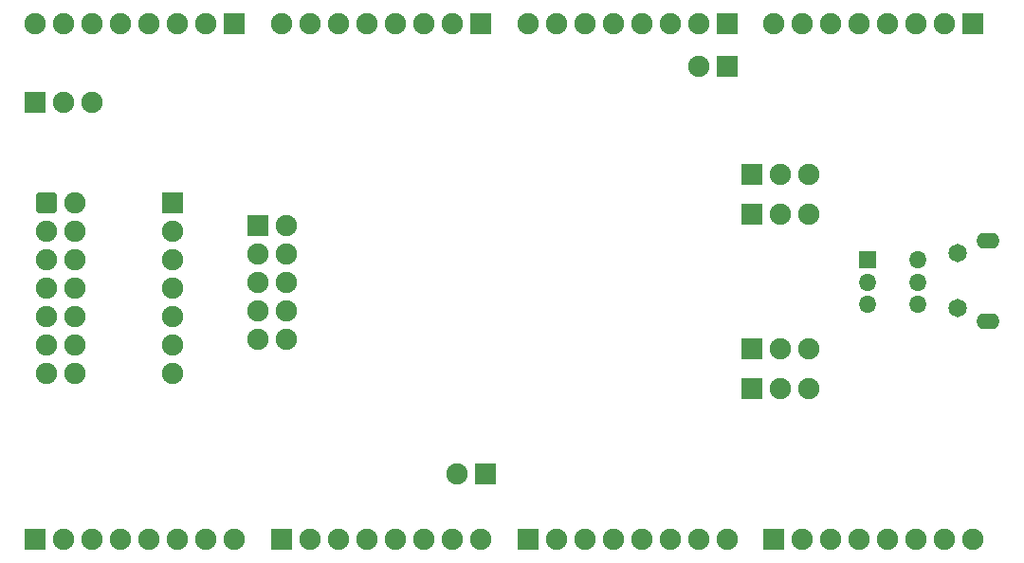
<source format=gbs>
G04 #@! TF.GenerationSoftware,KiCad,Pcbnew,(6.0.7)*
G04 #@! TF.CreationDate,2022-09-17T20:23:59+02:00*
G04 #@! TF.ProjectId,F5418,46353431-382e-46b6-9963-61645f706362,rev?*
G04 #@! TF.SameCoordinates,Original*
G04 #@! TF.FileFunction,Soldermask,Bot*
G04 #@! TF.FilePolarity,Negative*
%FSLAX46Y46*%
G04 Gerber Fmt 4.6, Leading zero omitted, Abs format (unit mm)*
G04 Created by KiCad (PCBNEW (6.0.7)) date 2022-09-17 20:23:59*
%MOMM*%
%LPD*%
G01*
G04 APERTURE LIST*
G04 Aperture macros list*
%AMRoundRect*
0 Rectangle with rounded corners*
0 $1 Rounding radius*
0 $2 $3 $4 $5 $6 $7 $8 $9 X,Y pos of 4 corners*
0 Add a 4 corners polygon primitive as box body*
4,1,4,$2,$3,$4,$5,$6,$7,$8,$9,$2,$3,0*
0 Add four circle primitives for the rounded corners*
1,1,$1+$1,$2,$3*
1,1,$1+$1,$4,$5*
1,1,$1+$1,$6,$7*
1,1,$1+$1,$8,$9*
0 Add four rect primitives between the rounded corners*
20,1,$1+$1,$2,$3,$4,$5,0*
20,1,$1+$1,$4,$5,$6,$7,0*
20,1,$1+$1,$6,$7,$8,$9,0*
20,1,$1+$1,$8,$9,$2,$3,0*%
G04 Aperture macros list end*
%ADD10RoundRect,0.100000X0.850000X-0.850000X0.850000X0.850000X-0.850000X0.850000X-0.850000X-0.850000X0*%
%ADD11O,1.900000X1.900000*%
%ADD12RoundRect,0.100000X-0.850000X0.850000X-0.850000X-0.850000X0.850000X-0.850000X0.850000X0.850000X0*%
%ADD13O,2.100000X1.400000*%
%ADD14C,1.650000*%
%ADD15RoundRect,0.100000X-0.675000X-0.675000X0.675000X-0.675000X0.675000X0.675000X-0.675000X0.675000X0*%
%ADD16O,1.550000X1.550000*%
%ADD17RoundRect,0.100000X-0.850000X-0.850000X0.850000X-0.850000X0.850000X0.850000X-0.850000X0.850000X0*%
%ADD18RoundRect,0.350000X-0.600000X-0.600000X0.600000X-0.600000X0.600000X0.600000X-0.600000X0.600000X0*%
%ADD19C,1.900000*%
G04 APERTURE END LIST*
D10*
X135000000Y-126000000D03*
D11*
X137540000Y-126000000D03*
X140080000Y-126000000D03*
X142620000Y-126000000D03*
X145160000Y-126000000D03*
X147700000Y-126000000D03*
X150240000Y-126000000D03*
X152780000Y-126000000D03*
D12*
X174760000Y-80000000D03*
D11*
X172220000Y-80000000D03*
X169680000Y-80000000D03*
X167140000Y-80000000D03*
X164600000Y-80000000D03*
X162060000Y-80000000D03*
X159520000Y-80000000D03*
X156980000Y-80000000D03*
D12*
X152820000Y-80000000D03*
D11*
X150280000Y-80000000D03*
X147740000Y-80000000D03*
X145200000Y-80000000D03*
X142660000Y-80000000D03*
X140120000Y-80000000D03*
X137580000Y-80000000D03*
X135040000Y-80000000D03*
D12*
X130800000Y-80000000D03*
D11*
X128260000Y-80000000D03*
X125720000Y-80000000D03*
X123180000Y-80000000D03*
X120640000Y-80000000D03*
X118100000Y-80000000D03*
X115560000Y-80000000D03*
X113020000Y-80000000D03*
D12*
X152800000Y-83800000D03*
D11*
X150260000Y-83800000D03*
D10*
X157000000Y-126000000D03*
D11*
X159540000Y-126000000D03*
X162080000Y-126000000D03*
X164620000Y-126000000D03*
X167160000Y-126000000D03*
X169700000Y-126000000D03*
X172240000Y-126000000D03*
X174780000Y-126000000D03*
D10*
X155000000Y-93400000D03*
D11*
X157540000Y-93400000D03*
X160080000Y-93400000D03*
D10*
X155000000Y-97000000D03*
D11*
X157540000Y-97000000D03*
X160080000Y-97000000D03*
D10*
X155000000Y-112600000D03*
D11*
X157540000Y-112600000D03*
X160080000Y-112600000D03*
D10*
X155000000Y-109000000D03*
D11*
X157540000Y-109000000D03*
X160080000Y-109000000D03*
D13*
X176100000Y-106550000D03*
D14*
X173400000Y-100500000D03*
D13*
X176100000Y-99350000D03*
D14*
X173400000Y-105400000D03*
D10*
X91000000Y-87000000D03*
D11*
X93540000Y-87000000D03*
X96080000Y-87000000D03*
D15*
X165350000Y-101050000D03*
D16*
X165350000Y-103050000D03*
X165350000Y-105050000D03*
X169850000Y-101050000D03*
X169850000Y-103050000D03*
X169850000Y-105050000D03*
D17*
X110860000Y-98000000D03*
D11*
X113400000Y-98000000D03*
X110860000Y-100540000D03*
X113400000Y-100540000D03*
X110860000Y-103080000D03*
X113400000Y-103080000D03*
X110860000Y-105620000D03*
X113400000Y-105620000D03*
X110860000Y-108160000D03*
X113400000Y-108160000D03*
D10*
X91000000Y-126000000D03*
D11*
X93540000Y-126000000D03*
X96080000Y-126000000D03*
X98620000Y-126000000D03*
X101160000Y-126000000D03*
X103700000Y-126000000D03*
X106240000Y-126000000D03*
X108780000Y-126000000D03*
D10*
X113000000Y-126000000D03*
D11*
X115540000Y-126000000D03*
X118080000Y-126000000D03*
X120620000Y-126000000D03*
X123160000Y-126000000D03*
X125700000Y-126000000D03*
X128240000Y-126000000D03*
X130780000Y-126000000D03*
D12*
X108800000Y-80000000D03*
D11*
X106260000Y-80000000D03*
X103720000Y-80000000D03*
X101180000Y-80000000D03*
X98640000Y-80000000D03*
X96100000Y-80000000D03*
X93560000Y-80000000D03*
X91020000Y-80000000D03*
D17*
X103240000Y-96000000D03*
D11*
X103240000Y-98540000D03*
X103240000Y-101080000D03*
X103240000Y-103620000D03*
X103240000Y-106160000D03*
X103240000Y-108700000D03*
X103240000Y-111240000D03*
D18*
X92000000Y-95950000D03*
D19*
X94540000Y-95950000D03*
X92000000Y-98490000D03*
X94540000Y-98490000D03*
X92000000Y-101030000D03*
X94540000Y-101030000D03*
X92000000Y-103570000D03*
X94540000Y-103570000D03*
X92000000Y-106110000D03*
X94540000Y-106110000D03*
X92000000Y-108650000D03*
X94540000Y-108650000D03*
X92000000Y-111190000D03*
X94540000Y-111190000D03*
D12*
X131180000Y-120164000D03*
D11*
X128640000Y-120164000D03*
M02*

</source>
